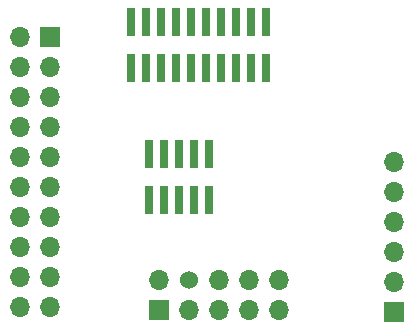
<source format=gbr>
%TF.GenerationSoftware,KiCad,Pcbnew,(6.0.1)*%
%TF.CreationDate,2023-01-19T10:52:25+01:00*%
%TF.ProjectId,swd-jlink-adapter,7377642d-6a6c-4696-9e6b-2d6164617074,rev?*%
%TF.SameCoordinates,Original*%
%TF.FileFunction,Soldermask,Top*%
%TF.FilePolarity,Negative*%
%FSLAX46Y46*%
G04 Gerber Fmt 4.6, Leading zero omitted, Abs format (unit mm)*
G04 Created by KiCad (PCBNEW (6.0.1)) date 2023-01-19 10:52:25*
%MOMM*%
%LPD*%
G01*
G04 APERTURE LIST*
%ADD10R,0.740000X2.400000*%
%ADD11O,1.700000X1.700000*%
%ADD12C,1.524000*%
%ADD13R,1.700000X1.700000*%
G04 APERTURE END LIST*
D10*
%TO.C,J3*%
X139860000Y-87382500D03*
X139860000Y-83482500D03*
X141130000Y-87382500D03*
X141130000Y-83482500D03*
X142400000Y-87382500D03*
X142400000Y-83482500D03*
X143670000Y-87382500D03*
X143670000Y-83482500D03*
X144940000Y-87382500D03*
X144940000Y-83482500D03*
%TD*%
D11*
%TO.C,J5*%
X150800000Y-94160000D03*
X150800000Y-96700000D03*
X148260000Y-94160000D03*
X148260000Y-96700000D03*
X145720000Y-94160000D03*
X145720000Y-96700000D03*
D12*
X143180000Y-94160000D03*
D11*
X143180000Y-96700000D03*
X140640000Y-94160000D03*
D13*
X140640000Y-96700000D03*
%TD*%
%TO.C,J2*%
X160600000Y-96850000D03*
D11*
X160600000Y-94310000D03*
X160600000Y-91770000D03*
X160600000Y-89230000D03*
X160600000Y-86690000D03*
X160600000Y-84150000D03*
%TD*%
D10*
%TO.C,J4*%
X138285000Y-76156000D03*
X138285000Y-72256000D03*
X139555000Y-76156000D03*
X139555000Y-72256000D03*
X140825000Y-76156000D03*
X140825000Y-72256000D03*
X142095000Y-76156000D03*
X142095000Y-72256000D03*
X143365000Y-76156000D03*
X143365000Y-72256000D03*
X144635000Y-76156000D03*
X144635000Y-72256000D03*
X145905000Y-76156000D03*
X145905000Y-72256000D03*
X147175000Y-76156000D03*
X147175000Y-72256000D03*
X148445000Y-76156000D03*
X148445000Y-72256000D03*
X149715000Y-76156000D03*
X149715000Y-72256000D03*
%TD*%
D13*
%TO.C,J1*%
X131445000Y-73550000D03*
D11*
X128905000Y-73550000D03*
X131445000Y-76090000D03*
X128905000Y-76090000D03*
X131445000Y-78630000D03*
X128905000Y-78630000D03*
X131445000Y-81170000D03*
X128905000Y-81170000D03*
X131445000Y-83710000D03*
X128905000Y-83710000D03*
X131445000Y-86250000D03*
X128905000Y-86250000D03*
X131445000Y-88790000D03*
X128905000Y-88790000D03*
X131445000Y-91330000D03*
X128905000Y-91330000D03*
X131445000Y-93870000D03*
X128905000Y-93870000D03*
X131445000Y-96410000D03*
X128905000Y-96410000D03*
%TD*%
M02*

</source>
